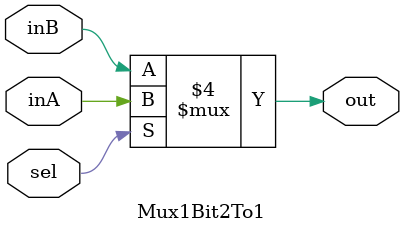
<source format=v>
`timescale 1ns / 1ps


module Mux1Bit2To1(out, inA, inB, sel);

    output reg out;
    
    input inA;
    input inB;
    input sel;

    always @(sel, inA, inB) begin
        if (sel == 0) begin
            out <= inB;
        end else begin
            out <= inA;
        end
    end

endmodule

</source>
